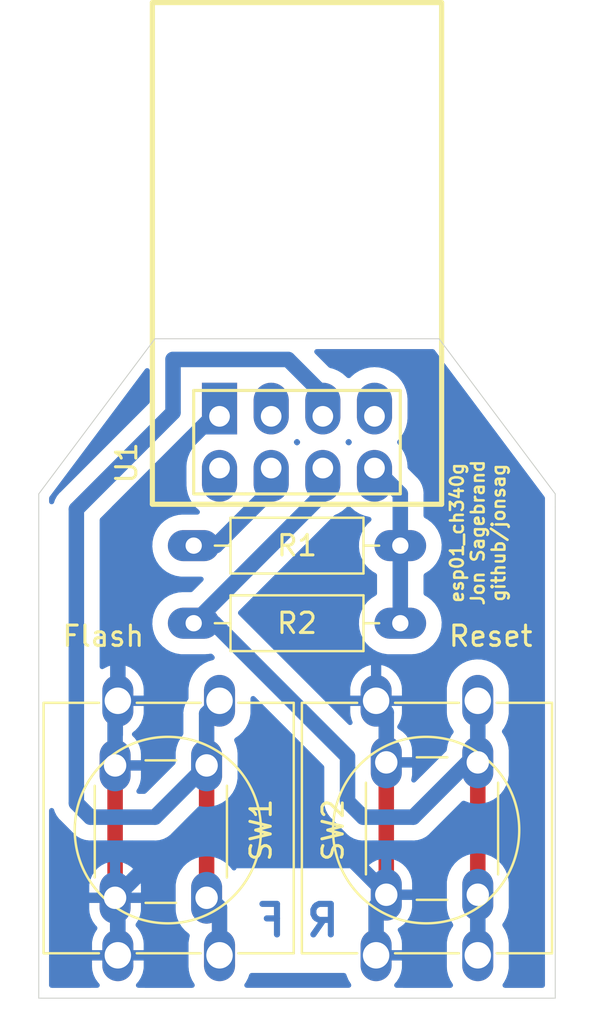
<source format=kicad_pcb>
(kicad_pcb (version 20211014) (generator pcbnew)
  (layers (0 "F.Cu" signal) (31 "B.Cu" signal) (34 "B.Paste" user) (35 "F.Paste" user) (36 "B.SilkS" user "B.Silkscreen") (37 "F.SilkS" user "F.Silkscreen") (38 "B.Mask" user) (39 "F.Mask" user) (44 "Edge.Cuts" user))
  (net 0 "")
  (net 1 "Net-(R1-Pad2)")
  (net 2 "VCC")
  (net 3 "Net-(R2-Pad2)")
  (net 4 "GND")
  (net 5 "Net-(SW1-Pad1)")
  (footprint "My_Misc:R_Axial_DIN0207_L6.3mm_D2.5mm_P10.16mm_Horizontal_larger_pads" (layer "F.Cu") (at 162.56 81.915 180)
    (fp_text reference "R1" (at 5.08 0) (layer "F.SilkS"))
    (fp_text value "10k" hide)
    (fp_line (start 1.81 -1.37) (end 1.81 1.37) (layer "F.SilkS") (width 0.12))
    (fp_line (start 1.04 0) (end 1.81 0) (layer "F.SilkS") (width 0.12))
    (fp_line (start 1.81 1.37) (end 8.35 1.37) (layer "F.SilkS") (width 0.12))
    (fp_line (start 9.12 0) (end 8.35 0) (layer "F.SilkS") (width 0.12))
    (fp_line (start 8.35 1.37) (end 8.35 -1.37) (layer "F.SilkS") (width 0.12))
    (fp_line (start 8.35 -1.37) (end 1.81 -1.37) (layer "F.SilkS") (width 0.12))
    (pad "1" thru_hole oval (at 0 0 180) (size 2.54 1.524) (drill 0.8) (layers *.Cu *.Mask) (net 2 "VCC"))
    (pad "2" thru_hole oval (at 10.16 0 180) (size 2.54 1.524) (drill 0.8) (layers *.Cu *.Mask) (net 1 "Net-(R1-Pad2)"))
  )
  (footprint "My_Misc:R_Axial_DIN0207_L6.3mm_D2.5mm_P10.16mm_Horizontal_larger_pads" (layer "F.Cu") (at 162.56 85.725 180)
    (fp_text reference "R2" (at 5.08 0) (layer "F.SilkS"))
    (fp_text value "10k" hide)
    (fp_line (start 9.12 0) (end 8.35 0) (layer "F.SilkS") (width 0.12))
    (fp_line (start 1.04 0) (end 1.81 0) (layer "F.SilkS") (width 0.12))
    (fp_line (start 8.35 -1.37) (end 1.81 -1.37) (layer "F.SilkS") (width 0.12))
    (fp_line (start 1.81 -1.37) (end 1.81 1.37) (layer "F.SilkS") (width 0.12))
    (fp_line (start 1.81 1.37) (end 8.35 1.37) (layer "F.SilkS") (width 0.12))
    (fp_line (start 8.35 1.37) (end 8.35 -1.37) (layer "F.SilkS") (width 0.12))
    (pad "1" thru_hole oval (at 0 0 180) (size 2.54 1.524) (drill 0.8) (layers *.Cu *.Mask) (net 2 "VCC"))
    (pad "2" thru_hole oval (at 10.16 0 180) (size 2.54 1.524) (drill 0.8) (layers *.Cu *.Mask) (net 3 "Net-(R2-Pad2)"))
  )
  (footprint "My_Misc:SW_PUSH-12mm_large" (layer "F.Cu") (at 153.67 89.535 -90)
    (fp_text reference "SW1" (at 6.35 -2.03905 90) (layer "F.SilkS"))
    (fp_text value "Flash")
    (fp_line (start 0.1 -0.93) (end 0.1 -3.65) (layer "F.SilkS") (width 0.12))
    (fp_line (start 12.4 -3.65) (end 12.4 -0.93) (layer "F.SilkS") (width 0.12))
    (fp_line (start 12.4 5.93) (end 12.4 8.65) (layer "F.SilkS") (width 0.12))
    (fp_line (start 0.1 4.07) (end 0.1 0.93) (layer "F.SilkS") (width 0.12))
    (fp_line (start 12.4 0.93) (end 12.4 4.07) (layer "F.SilkS") (width 0.12))
    (fp_line (start 12.4 8.65) (end 0.1 8.65) (layer "F.SilkS") (width 0.12))
    (fp_line (start 0.1 -3.65) (end 12.4 -3.65) (layer "F.SilkS") (width 0.12))
    (fp_line (start 0.1 8.65) (end 0.1 5.93) (layer "F.SilkS") (width 0.12))
    (fp_circle (center 6.35 2.54) (end 10.16 5.08) (layer "F.SilkS") (width 0.12) (fill none))
    (pad "1" thru_hole oval (at 0 0 270) (size 2.54 1.524) (drill 1.3) (layers *.Cu *.Mask) (net 5 "Net-(SW1-Pad1)"))
    (pad "1" thru_hole oval (at 12.5 0 270) (size 2.54 1.524) (drill 1.3) (layers *.Cu *.Mask) (net 5 "Net-(SW1-Pad1)"))
    (pad "2" thru_hole oval (at 0 5 270) (size 2.54 1.524) (drill 1.3) (layers *.Cu *.Mask) (net 4 "GND"))
    (pad "2" thru_hole oval (at 12.5 5 270) (size 2.54 1.524) (drill 1.3) (layers *.Cu *.Mask) (net 4 "GND"))
  )
  (footprint "My_Misc:SW_PUSH-12mm_large" (layer "F.Cu") (at 166.37 89.535 -90)
    (fp_text reference "SW2" (at 6.35 7.11905 90) (layer "F.SilkS"))
    (fp_text value "Reset")
    (fp_line (start 0.1 8.65) (end 0.1 5.93) (layer "F.SilkS") (width 0.12))
    (fp_line (start 12.4 8.65) (end 0.1 8.65) (layer "F.SilkS") (width 0.12))
    (fp_line (start 12.4 5.93) (end 12.4 8.65) (layer "F.SilkS") (width 0.12))
    (fp_line (start 12.4 0.93) (end 12.4 4.07) (layer "F.SilkS") (width 0.12))
    (fp_line (start 0.1 -3.65) (end 12.4 -3.65) (layer "F.SilkS") (width 0.12))
    (fp_line (start 0.1 4.07) (end 0.1 0.93) (layer "F.SilkS") (width 0.12))
    (fp_line (start 0.1 -0.93) (end 0.1 -3.65) (layer "F.SilkS") (width 0.12))
    (fp_line (start 12.4 -3.65) (end 12.4 -0.93) (layer "F.SilkS") (width 0.12))
    (fp_circle (center 6.35 2.54) (end 10.16 5.08) (layer "F.SilkS") (width 0.12) (fill none))
    (pad "1" thru_hole oval (at 12.5 0 270) (size 2.54 1.524) (drill 1.3) (layers *.Cu *.Mask) (net 3 "Net-(R2-Pad2)"))
    (pad "1" thru_hole oval (at 0 0 270) (size 2.54 1.524) (drill 1.3) (layers *.Cu *.Mask) (net 3 "Net-(R2-Pad2)"))
    (pad "2" thru_hole oval (at 0 5 270) (size 2.54 1.524) (drill 1.3) (layers *.Cu *.Mask) (net 4 "GND"))
    (pad "2" thru_hole oval (at 12.5 5 270) (size 2.54 1.524) (drill 1.3) (layers *.Cu *.Mask) (net 4 "GND"))
  )
  (footprint "My_Arduino:ESP-01_w_pin_socket_large" (layer "F.Cu") (at 153.67 78.105 90)
    (fp_text reference "U1" (at 0.254 -4.572 90) (layer "F.SilkS"))
    (fp_text value "ESP-01")
    (fp_line (start -1.27 8.89) (end 3.81 8.89) (layer "F.SilkS") (width 0.1524))
    (fp_line (start 3.81 8.89) (end 3.81 -1.27) (layer "F.SilkS") (width 0.1524))
    (fp_line (start -1.778 -3.302) (end 22.86 -3.302) (layer "F.SilkS") (width 0.254))
    (fp_line (start 3.81 -1.27) (end 1.27 -1.27) (layer "F.SilkS") (width 0.1524))
    (fp_line (start -1.27 -1.27) (end -1.27 1.27) (layer "F.SilkS") (width 0.1524))
    (fp_line (start 22.86 10.922) (end -1.778 10.922) (layer "F.SilkS") (width 0.254))
    (fp_line (start 22.86 -3.302) (end 22.86 10.922) (layer "F.SilkS") (width 0.254))
    (fp_line (start 1.27 -1.27) (end -1.27 -1.27) (layer "F.SilkS") (width 0.1524))
    (fp_line (start -1.778 10.922) (end -1.778 -3.302) (layer "F.SilkS") (width 0.254))
    (fp_line (start -1.27 1.27) (end -1.27 8.89) (layer "F.SilkS") (width 0.1524))
    (pad "1" thru_hole rect (at 2.54 0 90) (size 2.54 1.7272) (drill 1.016 (offset 0.381 0)) (layers *.Cu *.Mask) (net 4 "GND"))
    (pad "2" thru_hole oval (at 0 0 90) (size 2.54 1.7272) (drill 1.016 (offset -0.381 0)) (layers *.Cu *.Mask))
    (pad "3" thru_hole oval (at 2.54 2.54 90) (size 2.54 1.7272) (drill 1.016 (offset 0.381 0)) (layers *.Cu *.Mask))
    (pad "4" thru_hole oval (at 0 2.54 90) (size 2.54 1.7272) (drill 1.016 (offset -0.381 0)) (layers *.Cu *.Mask) (net 1 "Net-(R1-Pad2)"))
    (pad "5" thru_hole oval (at 2.54 5.08 90) (size 2.54 1.7272) (drill 1.016 (offset 0.381 0)) (layers *.Cu *.Mask) (net 5 "Net-(SW1-Pad1)"))
    (pad "6" thru_hole oval (at 0 5.08 90) (size 2.54 1.7272) (drill 1.016 (offset -0.381 0)) (layers *.Cu *.Mask) (net 3 "Net-(R2-Pad2)"))
    (pad "7" thru_hole oval (at 2.54 7.62 90) (size 2.54 1.7272) (drill 1.016 (offset 0.381 0)) (layers *.Cu *.Mask))
    (pad "8" thru_hole oval (at 0 7.62 90) (size 2.54 1.7272) (drill 1.016 (offset -0.381 0)) (layers *.Cu *.Mask) (net 2 "VCC"))
  )
  (footprint "My_Misc:SW_PUSH_6mm_large" (layer "F.Cu") (at 153.035 92.71 -90)
    (fp_text reference "SW3" hide)
    (fp_text value "Flash2" hide)
    (fp_line (start 6.75 3) (end 6.75 1.5) (layer "F.SilkS") (width 0.12))
    (fp_line (start 5.5 -1) (end 1 -1) (layer "F.SilkS") (width 0.12))
    (fp_line (start 1 5.5) (end 5.5 5.5) (layer "F.SilkS") (width 0.12))
    (fp_line (start -0.25 1.5) (end -0.25 3) (layer "F.SilkS") (width 0.12))
    (pad "1" thru_hole oval locked (at 0 0) (size 1.524 2.54) (drill 1.1) (layers *.Cu *.Mask) (net 5 "Net-(SW1-Pad1)"))
    (pad "1" thru_hole oval locked (at 6.5 0) (size 1.524 2.54) (drill 1.1) (layers *.Cu *.Mask) (net 5 "Net-(SW1-Pad1)"))
    (pad "2" thru_hole oval locked (at 0 4.5) (size 1.524 2.54) (drill 1.1) (layers *.Cu *.Mask) (net 4 "GND"))
    (pad "2" thru_hole oval locked (at 6.5 4.5) (size 1.524 2.54) (drill 1.1) (layers *.Cu *.Mask) (net 4 "GND"))
  )
  (footprint "My_Misc:SW_PUSH_6mm_large" (layer "F.Cu") (at 166.37 92.56 -90)
    (fp_text reference "SW4" hide)
    (fp_text value "Reset2" hide)
    (fp_line (start 6.75 3) (end 6.75 1.5) (layer "F.SilkS") (width 0.12))
    (fp_line (start 5.5 -1) (end 1 -1) (layer "F.SilkS") (width 0.12))
    (fp_line (start -0.25 1.5) (end -0.25 3) (layer "F.SilkS") (width 0.12))
    (fp_line (start 1 5.5) (end 5.5 5.5) (layer "F.SilkS") (width 0.12))
    (pad "1" thru_hole oval locked (at 6.5 0) (size 1.524 2.54) (drill 1.1) (layers *.Cu *.Mask) (net 3 "Net-(R2-Pad2)"))
    (pad "1" thru_hole oval locked (at 0 0) (size 1.524 2.54) (drill 1.1) (layers *.Cu *.Mask) (net 3 "Net-(R2-Pad2)"))
    (pad "2" thru_hole oval locked (at 0 4.5) (size 1.524 2.54) (drill 1.1) (layers *.Cu *.Mask) (net 4 "GND"))
    (pad "2" thru_hole oval locked (at 6.5 4.5) (size 1.524 2.54) (drill 1.1) (layers *.Cu *.Mask) (net 4 "GND"))
  )
  (gr_line (start 144.78 79.375) (end 144.78 104.14) (layer "Edge.Cuts") (width 0.05))
  (gr_line (start 150.495 71.755) (end 144.78 79.375) (layer "Edge.Cuts") (width 0.05))
  (gr_line (start 144.78 104.14) (end 170.18 104.14) (layer "Edge.Cuts") (width 0.05))
  (gr_line (start 170.18 79.375) (end 164.465 71.755) (layer "Edge.Cuts") (width 0.05))
  (gr_line (start 170.18 104.14) (end 170.18 80.01) (layer "Edge.Cuts") (width 0.05))
  (gr_line (start 170.18 80.01) (end 170.18 79.375) (layer "Edge.Cuts") (width 0.05))
  (gr_line (start 164.465 71.755) (end 150.495 71.755) (layer "Edge.Cuts") (width 0.05))
  (gr_text "F" (at 156.21 100.33) (layer "B.Cu") (effects (font (size 1.5 1.5) (thickness 0.3)) (justify mirror)))
  (gr_text "R" (at 158.75 100.33) (layer "B.Cu") (effects (font (size 1.5 1.5) (thickness 0.3)) (justify mirror)))
  (gr_text "Flash" (at 147.955 86.36) (layer "F.SilkS") (effects (font (size 1 1))))
  (gr_text "esp01_ch340g\nJon Sagebrand\ngithub/jonsag" (at 166.37 81.28 90) (layer "F.SilkS") (effects (font (size 0.635 0.635) (thickness 0.127))))
  (gr_text "Reset" (at 167.005 86.36) (layer "F.SilkS") (effects (font (size 1 1))))
  (segment (start 152.4 81.915) (end 153.484482 81.915) (width 0.762) (layer "B.Cu") (net 1))
  (segment (start 153.484482 81.915) (end 156.21 79.189482) (width 0.762) (layer "B.Cu") (net 1))
  (segment (start 156.21 79.189482) (end 156.21 78.105) (width 0.762) (layer "B.Cu") (net 1))
  (segment (start 162.56 79.375) (end 161.29 78.105) (width 0.762) (layer "B.Cu") (net 2))
  (segment (start 162.56 81.915) (end 162.56 79.375) (width 0.762) (layer "B.Cu") (net 2))
  (segment (start 162.56 85.725) (end 162.56 81.915) (width 0.762) (layer "B.Cu") (net 2))
  (segment (start 166.37 92.56) (end 166.37 99.06) (width 0.762) (layer "F.Cu") (net 3))
  (segment (start 160.732899 95.25) (end 163.195 95.25) (width 0.762) (layer "B.Cu") (net 3))
  (segment (start 166.37 102.035) (end 166.37 99.06) (width 0.762) (layer "B.Cu") (net 3))
  (segment (start 159.96548 92.27448) (end 159.96548 94.482581) (width 0.762) (layer "B.Cu") (net 3))
  (segment (start 159.96548 94.482581) (end 160.732899 95.25) (width 0.762) (layer "B.Cu") (net 3))
  (segment (start 152.4 85.725) (end 153.416 85.725) (width 0.762) (layer "B.Cu") (net 3))
  (segment (start 158.75 79.375) (end 158.75 78.105) (width 0.762) (layer "B.Cu") (net 3))
  (segment (start 163.195 95.25) (end 166.37 92.075) (width 0.762) (layer "B.Cu") (net 3))
  (segment (start 153.416 85.725) (end 159.96548 92.27448) (width 0.762) (layer "B.Cu") (net 3))
  (segment (start 152.4 85.725) (end 158.75 79.375) (width 0.762) (layer "B.Cu") (net 3))
  (segment (start 166.37 92.56) (end 166.37 89.535) (width 0.762) (layer "B.Cu") (net 3))
  (segment (start 148.535 92.71) (end 148.535 99.005) (width 0.762) (layer "F.Cu") (net 4))
  (segment (start 161.87 99.005) (end 161.925 99.06) (width 0.762) (layer "F.Cu") (net 4))
  (segment (start 148.535 99.005) (end 148.59 99.06) (width 0.762) (layer "F.Cu") (net 4))
  (segment (start 161.87 92.56) (end 161.87 99.005) (width 0.762) (layer "F.Cu") (net 4))
  (segment (start 148.535 92.71) (end 148.535 89.59) (width 0.762) (layer "B.Cu") (net 4))
  (segment (start 161.37 102.035) (end 161.37 99.615) (width 0.762) (layer "B.Cu") (net 4))
  (segment (start 161.87 90.115) (end 161.29 89.535) (width 0.762) (layer "B.Cu") (net 4))
  (segment (start 148.67 102.035) (end 148.67 99.14) (width 0.762) (layer "B.Cu") (net 4))
  (segment (start 148.67 80.242518) (end 153.347518 75.565) (width 0.762) (layer "B.Cu") (net 4))
  (segment (start 148.535 99.21) (end 150.94752 96.79748) (width 0.762) (layer "B.Cu") (net 4))
  (segment (start 161.37 99.615) (end 161.925 99.06) (width 0.762) (layer "B.Cu") (net 4))
  (segment (start 153.347518 75.565) (end 153.67 75.565) (width 0.762) (layer "B.Cu") (net 4))
  (segment (start 161.87 92.56) (end 161.87 90.115) (width 0.762) (layer "B.Cu") (net 4))
  (segment (start 148.67 89.535) (end 148.67 80.242518) (width 0.762) (layer "B.Cu") (net 4))
  (segment (start 159.66248 96.79748) (end 161.925 99.06) (width 0.762) (layer "B.Cu") (net 4))
  (segment (start 148.67 99.14) (end 148.59 99.06) (width 0.762) (layer "B.Cu") (net 4))
  (segment (start 148.535 89.59) (end 148.59 89.535) (width 0.762) (layer "B.Cu") (net 4))
  (segment (start 150.94752 96.79748) (end 159.66248 96.79748) (width 0.762) (layer "B.Cu") (net 4))
  (segment (start 153.035 92.71) (end 153.035 99.06) (width 0.762) (layer "F.Cu") (net 5))
  (segment (start 151.383511 75.374425) (end 146.63048 80.127456) (width 0.762) (layer "B.Cu") (net 5))
  (segment (start 158.75 75.565) (end 158.75 74.480518) (width 0.762) (layer "B.Cu") (net 5))
  (segment (start 153.035 92.71) (end 153.035 90.17) (width 0.762) (layer "B.Cu") (net 5))
  (segment (start 147.32 95.25) (end 150.495 95.25) (width 0.762) (layer "B.Cu") (net 5))
  (segment (start 153.67 102.035) (end 153.67 99.695) (width 0.762) (layer "B.Cu") (net 5))
  (segment (start 146.63048 80.127456) (end 146.63048 94.56048) (width 0.762) (layer "B.Cu") (net 5))
  (segment (start 157.040971 72.771489) (end 151.383511 72.771489) (width 0.762) (layer "B.Cu") (net 5))
  (segment (start 158.75 74.480518) (end 157.040971 72.771489) (width 0.762) (layer "B.Cu") (net 5))
  (segment (start 150.495 95.25) (end 153.035 92.71) (width 0.762) (layer "B.Cu") (net 5))
  (segment (start 151.383511 72.771489) (end 151.383511 75.374425) (width 0.762) (layer "B.Cu") (net 5))
  (segment (start 153.035 90.17) (end 153.67 89.535) (width 0.762) (layer "B.Cu") (net 5))
  (segment (start 153.67 99.695) (end 153.035 99.06) (width 0.762) (layer "B.Cu") (net 5))
  (segment (start 146.63048 94.56048) (end 147.32 95.25) (width 0.762) (layer "B.Cu") (net 5))
  (zone (net 0) (net_name "") (layer "B.Cu") (connect_pads (clearance 0.508)) (min_thickness 0.254) (fill yes (thermal_gap 0.508) (thermal_bridge_width 0.508))
    (polygon (pts (xy 172.085 79.375) (xy 172.085 105.41) (xy 142.875 105.41) (xy 142.875 78.74) (xy 149.225 70.485) (xy 165.735 70.485)))
  )
  (zone (net 4) (net_name "GND") (layer "B.Cu") (connect_pads (clearance 0.508)) (min_thickness 0.254) (fill yes (thermal_gap 0.508) (thermal_bridge_width 0.508))
    (polygon (pts (xy 170.815 79.375) (xy 170.815 104.775) (xy 144.145 104.775) (xy 144.145 78.74) (xy 149.86 71.12) (xy 165.1 71.12)))
  )
)
</source>
